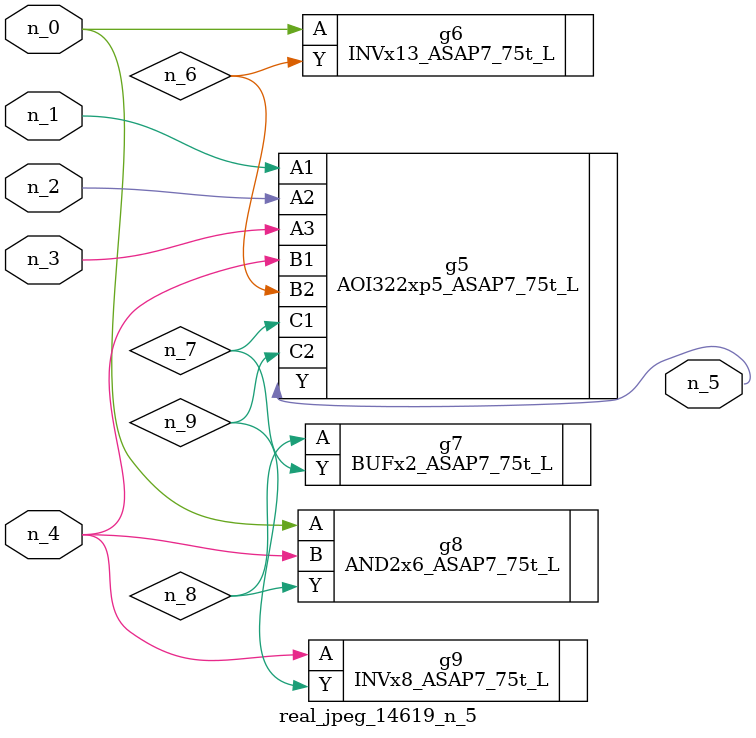
<source format=v>
module real_jpeg_14619_n_5 (n_4, n_0, n_1, n_2, n_3, n_5);

input n_4;
input n_0;
input n_1;
input n_2;
input n_3;

output n_5;

wire n_8;
wire n_6;
wire n_7;
wire n_9;

INVx13_ASAP7_75t_L g6 ( 
.A(n_0),
.Y(n_6)
);

AND2x6_ASAP7_75t_L g8 ( 
.A(n_0),
.B(n_4),
.Y(n_8)
);

AOI322xp5_ASAP7_75t_L g5 ( 
.A1(n_1),
.A2(n_2),
.A3(n_3),
.B1(n_4),
.B2(n_6),
.C1(n_7),
.C2(n_9),
.Y(n_5)
);

INVx8_ASAP7_75t_L g9 ( 
.A(n_4),
.Y(n_9)
);

BUFx2_ASAP7_75t_L g7 ( 
.A(n_8),
.Y(n_7)
);


endmodule
</source>
